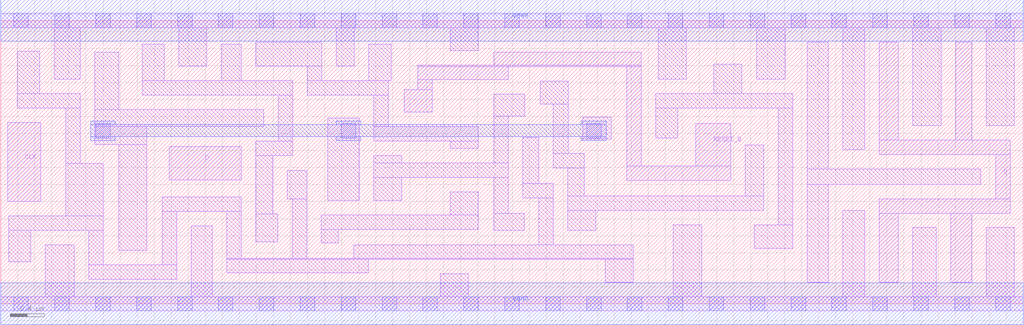
<source format=lef>
# Copyright 2020 The SkyWater PDK Authors
#
# Licensed under the Apache License, Version 2.0 (the "License");
# you may not use this file except in compliance with the License.
# You may obtain a copy of the License at
#
#     https://www.apache.org/licenses/LICENSE-2.0
#
# Unless required by applicable law or agreed to in writing, software
# distributed under the License is distributed on an "AS IS" BASIS,
# WITHOUT WARRANTIES OR CONDITIONS OF ANY KIND, either express or implied.
# See the License for the specific language governing permissions and
# limitations under the License.
#
# SPDX-License-Identifier: Apache-2.0

VERSION 5.7 ;
  NAMESCASESENSITIVE ON ;
  NOWIREEXTENSIONATPIN ON ;
  DIVIDERCHAR "/" ;
  BUSBITCHARS "[]" ;
UNITS
  DATABASE MICRONS 200 ;
END UNITS
MACRO sky130_fd_sc_lp__dfrtp_4
  CLASS CORE ;
  SOURCE USER ;
  FOREIGN sky130_fd_sc_lp__dfrtp_4 ;
  ORIGIN  0.000000  0.000000 ;
  SIZE  12.00000 BY  3.330000 ;
  SYMMETRY X Y R90 ;
  SITE unit ;
  PIN D
    ANTENNAGATEAREA  0.126000 ;
    DIRECTION INPUT ;
    USE SIGNAL ;
    PORT
      LAYER li1 ;
        RECT 1.975000 1.455000 2.820000 1.850000 ;
    END
  END D
  PIN Q
    ANTENNADIFFAREA  1.176000 ;
    DIRECTION OUTPUT ;
    USE SIGNAL ;
    PORT
      LAYER li1 ;
        RECT 10.310000 0.255000 10.535000 1.065000 ;
        RECT 10.310000 1.065000 11.850000 1.235000 ;
        RECT 10.310000 1.755000 11.850000 1.925000 ;
        RECT 10.310000 1.925000 10.535000 3.075000 ;
        RECT 11.150000 0.255000 11.395000 1.065000 ;
        RECT 11.205000 1.925000 11.395000 3.075000 ;
        RECT 11.680000 1.235000 11.850000 1.755000 ;
    END
  END Q
  PIN RESET_B
    ANTENNAGATEAREA  0.378000 ;
    DIRECTION INPUT ;
    USE SIGNAL ;
    PORT
      LAYER li1 ;
        RECT 4.735000 2.255000 5.065000 2.520000 ;
        RECT 4.895000 2.520000 5.065000 2.635000 ;
        RECT 4.895000 2.635000 5.955000 2.785000 ;
        RECT 4.895000 2.785000 7.515000 2.805000 ;
        RECT 5.785000 2.805000 7.515000 2.955000 ;
        RECT 7.345000 1.450000 8.565000 1.620000 ;
        RECT 7.345000 1.620000 7.515000 2.785000 ;
        RECT 8.155000 1.620000 8.565000 2.120000 ;
    END
  END RESET_B
  PIN CLK
    ANTENNAGATEAREA  0.159000 ;
    DIRECTION INPUT ;
    USE CLOCK ;
    PORT
      LAYER li1 ;
        RECT 0.085000 1.200000 0.470000 2.130000 ;
    END
  END CLK
  PIN VGND
    DIRECTION INOUT ;
    USE GROUND ;
    PORT
      LAYER met1 ;
        RECT 0.000000 -0.245000 12.000000 0.245000 ;
    END
  END VGND
  PIN VPWR
    DIRECTION INOUT ;
    USE POWER ;
    PORT
      LAYER met1 ;
        RECT 0.000000 3.085000 12.000000 3.575000 ;
    END
  END VPWR
  OBS
    LAYER li1 ;
      RECT  0.000000 -0.085000 12.000000 0.085000 ;
      RECT  0.000000  3.245000 12.000000 3.415000 ;
      RECT  0.095000  0.495000  0.355000 0.860000 ;
      RECT  0.095000  0.860000  1.205000 1.030000 ;
      RECT  0.195000  2.300000  0.935000 2.470000 ;
      RECT  0.195000  2.470000  0.455000 2.970000 ;
      RECT  0.525000  0.085000  0.865000 0.690000 ;
      RECT  0.625000  2.640000  0.935000 3.245000 ;
      RECT  0.765000  1.030000  1.205000 1.650000 ;
      RECT  0.765000  1.650000  0.935000 2.300000 ;
      RECT  1.035000  0.290000  2.065000 0.460000 ;
      RECT  1.035000  0.460000  1.205000 0.860000 ;
      RECT  1.105000  1.870000  1.715000 2.085000 ;
      RECT  1.105000  2.085000  3.085000 2.285000 ;
      RECT  1.105000  2.285000  1.385000 2.960000 ;
      RECT  1.385000  0.630000  1.715000 1.870000 ;
      RECT  1.660000  2.455000  3.425000 2.625000 ;
      RECT  1.660000  2.625000  1.920000 3.050000 ;
      RECT  1.895000  0.460000  2.065000 1.085000 ;
      RECT  1.895000  1.085000  2.820000 1.255000 ;
      RECT  2.090000  2.795000  2.420000 3.245000 ;
      RECT  2.235000  0.085000  2.480000 0.915000 ;
      RECT  2.590000  2.625000  2.820000 3.050000 ;
      RECT  2.650000  0.365000  4.310000 0.525000 ;
      RECT  2.650000  0.525000  7.425000 0.535000 ;
      RECT  2.650000  0.535000  2.820000 1.085000 ;
      RECT  2.990000  0.725000  3.250000 1.055000 ;
      RECT  2.990000  1.055000  3.195000 1.745000 ;
      RECT  2.990000  1.745000  3.425000 1.915000 ;
      RECT  2.990000  2.795000  3.765000 3.075000 ;
      RECT  3.255000  1.915000  3.425000 2.455000 ;
      RECT  3.365000  1.235000  3.590000 1.565000 ;
      RECT  3.420000  0.535000  3.590000 1.235000 ;
      RECT  3.595000  2.455000  4.545000 2.625000 ;
      RECT  3.595000  2.625000  3.765000 2.795000 ;
      RECT  3.760000  0.715000  3.960000 0.875000 ;
      RECT  3.760000  0.875000  5.605000 1.045000 ;
      RECT  3.835000  1.215000  4.205000 2.180000 ;
      RECT  3.935000  2.795000  4.150000 3.245000 ;
      RECT  4.140000  0.535000  7.425000 0.695000 ;
      RECT  4.320000  2.625000  4.585000 3.050000 ;
      RECT  4.375000  1.215000  4.705000 1.485000 ;
      RECT  4.375000  1.485000  5.955000 1.655000 ;
      RECT  4.375000  1.655000  4.705000 1.745000 ;
      RECT  4.375000  1.915000  5.605000 2.085000 ;
      RECT  4.375000  2.085000  4.545000 2.455000 ;
      RECT  5.155000  0.085000  5.485000 0.355000 ;
      RECT  5.275000  1.045000  5.605000 1.315000 ;
      RECT  5.275000  1.825000  5.605000 1.915000 ;
      RECT  5.275000  2.975000  5.605000 3.245000 ;
      RECT  5.785000  0.865000  6.145000 1.065000 ;
      RECT  5.785000  1.065000  5.955000 1.485000 ;
      RECT  5.785000  1.655000  5.955000 2.205000 ;
      RECT  5.785000  2.205000  6.150000 2.465000 ;
      RECT  6.125000  1.245000  6.485000 1.415000 ;
      RECT  6.125000  1.415000  6.315000 1.955000 ;
      RECT  6.315000  0.695000  6.485000 1.245000 ;
      RECT  6.330000  2.345000  6.660000 2.615000 ;
      RECT  6.485000  1.595000  6.845000 1.765000 ;
      RECT  6.485000  1.765000  6.660000 2.345000 ;
      RECT  6.655000  0.865000  6.985000 1.100000 ;
      RECT  6.655000  1.100000  8.955000 1.270000 ;
      RECT  6.655000  1.270000  6.845000 1.595000 ;
      RECT  6.830000  1.935000  7.165000 2.195000 ;
      RECT  7.095000  0.255000  7.425000 0.525000 ;
      RECT  7.685000  1.950000  7.945000 2.300000 ;
      RECT  7.685000  2.300000  9.295000 2.470000 ;
      RECT  7.715000  2.640000  8.045000 3.245000 ;
      RECT  7.895000  0.085000  8.225000 0.930000 ;
      RECT  8.365000  2.470000  8.695000 2.815000 ;
      RECT  8.735000  1.270000  8.955000 1.865000 ;
      RECT  8.840000  0.650000  9.295000 0.930000 ;
      RECT  8.875000  2.640000  9.205000 3.245000 ;
      RECT  9.125000  0.930000  9.295000 2.300000 ;
      RECT  9.465000  0.255000  9.710000 1.405000 ;
      RECT  9.465000  1.405000 11.500000 1.585000 ;
      RECT  9.465000  1.585000  9.710000 3.075000 ;
      RECT  9.880000  0.085000 10.140000 1.095000 ;
      RECT  9.880000  1.815000 10.140000 3.245000 ;
      RECT 10.705000  0.085000 10.980000 0.895000 ;
      RECT 10.705000  2.095000 11.035000 3.245000 ;
      RECT 11.565000  0.085000 11.895000 0.895000 ;
      RECT 11.565000  2.095000 11.895000 3.245000 ;
    LAYER mcon ;
      RECT  0.155000 -0.085000  0.325000 0.085000 ;
      RECT  0.155000  3.245000  0.325000 3.415000 ;
      RECT  0.635000 -0.085000  0.805000 0.085000 ;
      RECT  0.635000  3.245000  0.805000 3.415000 ;
      RECT  1.115000 -0.085000  1.285000 0.085000 ;
      RECT  1.115000  1.950000  1.285000 2.120000 ;
      RECT  1.115000  3.245000  1.285000 3.415000 ;
      RECT  1.595000 -0.085000  1.765000 0.085000 ;
      RECT  1.595000  3.245000  1.765000 3.415000 ;
      RECT  2.075000 -0.085000  2.245000 0.085000 ;
      RECT  2.075000  3.245000  2.245000 3.415000 ;
      RECT  2.555000 -0.085000  2.725000 0.085000 ;
      RECT  2.555000  3.245000  2.725000 3.415000 ;
      RECT  3.035000 -0.085000  3.205000 0.085000 ;
      RECT  3.035000  3.245000  3.205000 3.415000 ;
      RECT  3.515000 -0.085000  3.685000 0.085000 ;
      RECT  3.515000  3.245000  3.685000 3.415000 ;
      RECT  3.995000 -0.085000  4.165000 0.085000 ;
      RECT  3.995000  1.950000  4.165000 2.120000 ;
      RECT  3.995000  3.245000  4.165000 3.415000 ;
      RECT  4.475000 -0.085000  4.645000 0.085000 ;
      RECT  4.475000  3.245000  4.645000 3.415000 ;
      RECT  4.955000 -0.085000  5.125000 0.085000 ;
      RECT  4.955000  3.245000  5.125000 3.415000 ;
      RECT  5.435000 -0.085000  5.605000 0.085000 ;
      RECT  5.435000  3.245000  5.605000 3.415000 ;
      RECT  5.915000 -0.085000  6.085000 0.085000 ;
      RECT  5.915000  3.245000  6.085000 3.415000 ;
      RECT  6.395000 -0.085000  6.565000 0.085000 ;
      RECT  6.395000  3.245000  6.565000 3.415000 ;
      RECT  6.875000 -0.085000  7.045000 0.085000 ;
      RECT  6.875000  1.950000  7.045000 2.120000 ;
      RECT  6.875000  3.245000  7.045000 3.415000 ;
      RECT  7.355000 -0.085000  7.525000 0.085000 ;
      RECT  7.355000  3.245000  7.525000 3.415000 ;
      RECT  7.835000 -0.085000  8.005000 0.085000 ;
      RECT  7.835000  3.245000  8.005000 3.415000 ;
      RECT  8.315000 -0.085000  8.485000 0.085000 ;
      RECT  8.315000  3.245000  8.485000 3.415000 ;
      RECT  8.795000 -0.085000  8.965000 0.085000 ;
      RECT  8.795000  3.245000  8.965000 3.415000 ;
      RECT  9.275000 -0.085000  9.445000 0.085000 ;
      RECT  9.275000  3.245000  9.445000 3.415000 ;
      RECT  9.755000 -0.085000  9.925000 0.085000 ;
      RECT  9.755000  3.245000  9.925000 3.415000 ;
      RECT 10.235000 -0.085000 10.405000 0.085000 ;
      RECT 10.235000  3.245000 10.405000 3.415000 ;
      RECT 10.715000 -0.085000 10.885000 0.085000 ;
      RECT 10.715000  3.245000 10.885000 3.415000 ;
      RECT 11.195000 -0.085000 11.365000 0.085000 ;
      RECT 11.195000  3.245000 11.365000 3.415000 ;
      RECT 11.675000 -0.085000 11.845000 0.085000 ;
      RECT 11.675000  3.245000 11.845000 3.415000 ;
    LAYER met1 ;
      RECT 1.055000 1.920000 1.345000 1.965000 ;
      RECT 1.055000 1.965000 7.105000 2.105000 ;
      RECT 1.055000 2.105000 1.345000 2.150000 ;
      RECT 3.935000 1.920000 4.225000 1.965000 ;
      RECT 3.935000 2.105000 4.225000 2.150000 ;
      RECT 6.815000 1.920000 7.105000 1.965000 ;
      RECT 6.815000 2.105000 7.105000 2.150000 ;
  END
END sky130_fd_sc_lp__dfrtp_4
END LIBRARY

</source>
